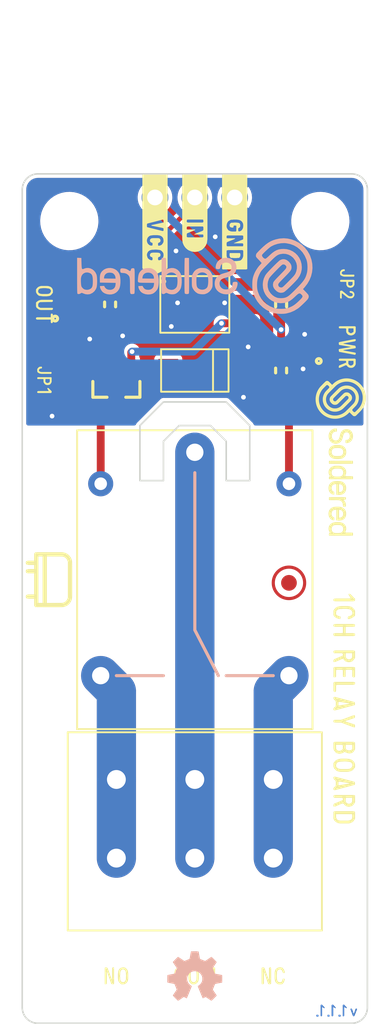
<source format=kicad_pcb>
(kicad_pcb (version 20210623) (generator pcbnew)
  (title_block (title "1CH relay board") (date "2021-07-13") (rev "V1.1.1.") (company "SOLDERED") (comment 1 "333024"))
  (layers (0 "F.Cu" signal) (31 "B.Cu" signal) (34 "B.Paste" user) (35 "F.Paste" user) (36 "B.SilkS" user "B.Silkscreen") (37 "F.SilkS" user "F.Silkscreen") (38 "B.Mask" user) (39 "F.Mask" user) (44 "Edge.Cuts" user))
  (net 0 "")
  (net 1 "Net-(D1-Pad2)")
  (net 2 "VCC")
  (net 3 "NO")
  (net 4 "COM")
  (net 5 "NC")
  (net 6 "IN")
  (net 7 "GND")
  (net 8 "Net-(Q1-Pad1)")
  (net 9 "Net-(R1-Pad1)")
  (net 10 "Net-(R3-Pad1)")
  (net 11 "Net-(D2-Pad2)")
  (net 12 "Net-(D2-Pad1)")
  (net 13 "Net-(JP1-Pad1)")
  (net 14 "Net-(D3-Pad1)")
  (net 15 "Net-(JP2-Pad2)")
  (footprint "buzzardLabel" (layer "F.Cu") (at 86 122)
    (fp_text reference "" (at 0 0) (layer "F.SilkS") (effects (font (size 1.27 1.27))))
    (fp_text value "" (at 0 0) (layer "F.SilkS") (effects (font (size 1.27 1.27))))
  )
  (footprint "e-radionica.com footprinti:0603R" (layer "F.Cu") (at 91.5 79.3 -90)
    (fp_text reference "R3")
    (fp_text value "330R")
    (pad "1" smd rect locked (at -0.775 0) (size 1 0.64) (layers "F.Cu" "F.Paste" "F.Mask") (net 10 "Net-(R3-Pad1)"))
    (pad "2" smd rect locked (at 0.775 0) (size 1 0.64) (layers "F.Cu" "F.Paste" "F.Mask") (net 2 "VCC"))
  )
  (footprint "e-radionica.com footprinti:PC357_OPTO" (layer "F.Cu") (at 86 79.3)
    (fp_text reference "U1")
    (fp_text value "PC357_OPTO")
    (pad "1" smd rect locked (at -3.15 -1.27) (size 1.5 0.8) (layers "F.Cu" "F.Paste" "F.Mask") (net 9 "Net-(R1-Pad1)"))
    (pad "2" smd rect locked (at -3.15 1.27) (size 1.5 0.8) (layers "F.Cu" "F.Paste" "F.Mask") (net 7 "GND"))
    (pad "3" smd rect locked (at 3.15 1.27) (size 1.5 0.8) (layers "F.Cu" "F.Paste" "F.Mask") (net 8 "Net-(Q1-Pad1)"))
    (pad "4" smd rect locked (at 3.15 -1.27) (size 1.5 0.8) (layers "F.Cu" "F.Paste" "F.Mask") (net 10 "Net-(R3-Pad1)"))
  )
  (footprint "e-radionica.com footprinti:0402R" (layer "F.Cu") (at 94.5 79.9 -90)
    (fp_text reference "R5")
    (fp_text value "2k2")
    (pad "1" smd rect locked (at -0.5 0) (size 0.64 0.54) (layers "F.Cu" "F.Paste" "F.Mask") (net 15 "Net-(JP2-Pad2)"))
    (pad "2" smd rect locked (at 0.5 0) (size 0.64 0.54) (layers "F.Cu" "F.Paste" "F.Mask") (net 14 "Net-(D3-Pad1)"))
  )
  (footprint "e-radionica.com footprinti:FIDUCIAL_23" (layer "F.Cu") (at 92 97)
    (fp_text reference "FD1")
    (fp_text value "FIDUCIAL")
    (fp_circle (center 0 0) (end 1 0) (layer "F.Cu") (width 0.2) (fill none))
    (pad "1" smd circle (at 0 0) (size 1 1) (layers "F.Cu" "F.Paste" "F.Mask") (clearance 1.1))
  )
  (footprint "Soldered Graphics:Symbol-Front-Relay" (layer "F.Cu") (at 76.7 96.8 -90)
    (fp_text reference "G***" hide)
    (fp_text value "LOGO" hide)
  )
  (footprint "e-radionica.com footprinti:HOLE_3.2mm" (layer "F.Cu") (at 94 122)
    (fp_text reference "H1" hide)
    (fp_text value "HOLE_3.2mm" hide)
    (pad "" np_thru_hole circle locked (at 0 0) (size 3.2 3.2) (drill 3.2) (layers F&B.Cu *.Mask))
  )
  (footprint "e-radionica.com footprinti:SMD-JUMPER-CONNECTED_TRACE_SLODERMASK" (layer "F.Cu") (at 77.7 84.1 -90)
    (fp_text reference "JP1")
    (fp_text value "SMD-JUMPER-CONNECTED_TRACE_SLODERMASK")
    (fp_poly (pts (xy 0.1 0.1) (xy -0.1 0.1) (xy -0.1 -0.1) (xy 0.1 -0.1)) (layer "F.Cu") (width 0.1) (fill solid))
    (pad "1" smd rect (at -0.35 0 270) (size 0.5 1) (layers "F.Cu" "F.Mask") (net 13 "Net-(JP1-Pad1)"))
    (pad "2" smd rect (at 0.35 0 270) (size 0.5 1) (layers "F.Cu" "F.Mask") (net 12 "Net-(D2-Pad1)"))
  )
  (footprint "e-radionica.com footprinti:0603R" (layer "F.Cu") (at 80.6 79.3 90)
    (fp_text reference "R1")
    (fp_text value "100R")
    (pad "1" smd rect locked (at -0.775 0 180) (size 1 0.64) (layers "F.Cu" "F.Paste" "F.Mask") (net 9 "Net-(R1-Pad1)"))
    (pad "2" smd rect locked (at 0.775 0 180) (size 1 0.64) (layers "F.Cu" "F.Paste" "F.Mask") (net 6 "IN"))
  )
  (footprint "e-radionica.com footprinti:HOLE_3.2mm" (layer "F.Cu") (at 78 122)
    (fp_text reference "H2" hide)
    (fp_text value "HOLE_3.2mm" hide)
    (pad "" np_thru_hole circle locked (at 0 0) (size 3.2 3.2) (drill 3.2) (layers F&B.Cu *.Mask))
  )
  (footprint "buzzardLabel" (layer "F.Cu") (at 83.46 70.6 -90)
    (fp_text reference "" (at 0 0 90) (layer "F.SilkS") (effects (font (size 1.27 1.27))))
    (fp_text value "" (at 0 0 90) (layer "F.SilkS") (effects (font (size 1.27 1.27))))
  )
  (footprint "buzzardLabel" (layer "F.Cu") (at 76.4 79.3 -90)
    (fp_text reference "" (at 0 0 90) (layer "F.SilkS") (effects (font (size 1.27 1.27))))
    (fp_text value "" (at 0 0 90) (layer "F.SilkS") (effects (font (size 1.27 1.27))))
  )
  (footprint "buzzardLabel" (layer "F.Cu") (at 86 70.6 -90)
    (fp_text reference "" (at 0 0 90) (layer "F.SilkS") (effects (font (size 1.27 1.27))))
    (fp_text value "" (at 0 0 90) (layer "F.SilkS") (effects (font (size 1.27 1.27))))
  )
  (footprint "e-radionica.com footprinti:M4_DIODA" (layer "F.Cu") (at 86 83.5)
    (fp_text reference "D2")
    (fp_text value "M4_DIODA")
    (pad "1" smd rect (at -1.69 0) (size 1.27 1.47) (layers "F.Cu" "F.Paste" "F.Mask") (net 12 "Net-(D2-Pad1)"))
    (pad "2" smd rect (at 1.69 0) (size 1.27 1.47) (layers "F.Cu" "F.Paste" "F.Mask") (net 11 "Net-(D2-Pad2)"))
  )
  (footprint "e-radionica.com footprinti:0402LED" (layer "F.Cu") (at 94.5 82 -90)
    (fp_text reference "D3")
    (fp_text value "purple")
    (pad "1" smd rect locked (at -0.55 0) (size 0.75 0.45) (layers "F.Cu" "F.Paste" "F.Mask") (net 14 "Net-(D3-Pad1)"))
    (pad "2" smd rect locked (at 0.55 0) (size 0.75 0.45) (layers "F.Cu" "F.Paste" "F.Mask") (net 7 "GND"))
  )
  (footprint "buzzardLabel" (layer "F.Cu") (at 91 122)
    (fp_text reference "" (at 0 0) (layer "F.SilkS") (effects (font (size 1.27 1.27))))
    (fp_text value "" (at 0 0) (layer "F.SilkS") (effects (font (size 1.27 1.27))))
  )
  (footprint "Soldered Graphics:Logo-Back-SolderedFULL-15mm" (layer "F.Cu") (at 86 77.5)
    (fp_text reference "REF**" hide)
    (fp_text value "Logo-Front-SolderedFULL-15mm" hide)
  )
  (footprint "Soldered Graphics:Logo-Back-OSH-3.5mm" (layer "F.Cu") (at 86 122)
    (fp_text reference "G***" hide)
    (fp_text value "LOGO" hide)
  )
  (footprint "buzzardLabel" (layer "F.Cu") (at 95.7 82 -90)
    (fp_text reference "" (at 0 0 90) (layer "F.SilkS") (effects (font (size 1.27 1.27))))
    (fp_text value "" (at 0 0 90) (layer "F.SilkS") (effects (font (size 1.27 1.27))))
  )
  (footprint "buzzardLabel" (layer "F.Cu") (at 88.54 70.6 -90)
    (fp_text reference "" (at 0 0 90) (layer "F.SilkS") (effects (font (size 1.27 1.27))))
    (fp_text value "" (at 0 0 90) (layer "F.SilkS") (effects (font (size 1.27 1.27))))
  )
  (footprint "e-radionica.com footprinti:0603R" (layer "F.Cu") (at 91.5 83.5 90)
    (fp_text reference "R4")
    (fp_text value "10R")
    (pad "1" smd rect locked (at -0.775 0 180) (size 1 0.64) (layers "F.Cu" "F.Paste" "F.Mask") (net 11 "Net-(D2-Pad2)"))
    (pad "2" smd rect locked (at 0.775 0 180) (size 1 0.64) (layers "F.Cu" "F.Paste" "F.Mask") (net 2 "VCC"))
  )
  (footprint "e-radionica.com footprinti:HOLE_3.2mm" (layer "F.Cu") (at 94 74)
    (fp_text reference "H3" hide)
    (fp_text value "HOLE_3.2mm" hide)
    (pad "" np_thru_hole circle locked (at 0 0) (size 3.2 3.2) (drill 3.2) (layers F&B.Cu *.Mask))
  )
  (footprint "e-radionica.com footprinti:0402R" (layer "F.Cu") (at 77.7 81.7 90)
    (fp_text reference "R2")
    (fp_text value "2k2")
    (pad "1" smd rect locked (at -0.5 0 180) (size 0.64 0.54) (layers "F.Cu" "F.Paste" "F.Mask") (net 13 "Net-(JP1-Pad1)"))
    (pad "2" smd rect locked (at 0.5 0 180) (size 0.64 0.54) (layers "F.Cu" "F.Paste" "F.Mask") (net 1 "Net-(D1-Pad2)"))
  )
  (footprint "e-radionica.com footprinti:SRD_RELAY_5V" (layer "F.Cu") (at 86 96.8 90)
    (fp_text reference "K1")
    (fp_text value "SRD_RELAY_5V")
    (pad "1" thru_hole circle (at 6.1 6 90) (size 1.6 1.6) (drill 0.8) (layers *.Cu *.Mask) (net 11 "Net-(D2-Pad2)"))
    (pad "2" thru_hole circle (at 6.1 -6 90) (size 1.6 1.6) (drill 0.8) (layers *.Cu *.Mask) (net 12 "Net-(D2-Pad1)"))
    (pad "3" thru_hole circle (at -6.1 -6 90) (size 2 2) (drill 1.1) (layers *.Cu *.Mask) (net 3 "NO"))
    (pad "4" thru_hole circle (at 8.1 0 90) (size 2 2) (drill 1.1) (layers *.Cu *.Mask) (net 4 "COM"))
    (pad "5" thru_hole circle (at -6.1 6 90) (size 2 2) (drill 1.1) (layers *.Cu *.Mask) (net 5 "NC"))
  )
  (footprint "e-radionica.com footprinti:0402LED" (layer "F.Cu") (at 77.7 79.3 -90)
    (fp_text reference "D1")
    (fp_text value "blue")
    (pad "1" smd rect locked (at -0.55 0) (size 0.75 0.45) (layers "F.Cu" "F.Paste" "F.Mask") (net 2 "VCC"))
    (pad "2" smd rect locked (at 0.55 0) (size 0.75 0.45) (layers "F.Cu" "F.Paste" "F.Mask") (net 1 "Net-(D1-Pad2)"))
  )
  (footprint "buzzardLabel" (layer "F.Cu") (at 81 122)
    (fp_text reference "" (at 0 0) (layer "F.SilkS") (effects (font (size 1.27 1.27))))
    (fp_text value "" (at 0 0) (layer "F.SilkS") (effects (font (size 1.27 1.27))))
  )
  (footprint "e-radionica.com footprinti:HOLE_3.2mm" (layer "F.Cu") (at 78 74)
    (fp_text reference "H4" hide)
    (fp_text value "HOLE_3.2mm" hide)
    (pad "" np_thru_hole circle locked (at 0 0) (size 3.2 3.2) (drill 3.2) (layers F&B.Cu *.Mask))
  )
  (footprint "buzzardLabel" (layer "F.Cu") (at 76.4 84.1 -90)
    (fp_text reference "" (at 0 0 90) (layer "F.SilkS") (effects (font (size 1.27 1.27))))
    (fp_text value "" (at 0 0 90) (layer "F.SilkS") (effects (font (size 1.27 1.27))))
  )
  (footprint "e-radionica.com footprinti:SMD-JUMPER-CONNECTED_TRACE_SLODERMASK" (layer "F.Cu") (at 94.5 78 -90)
    (fp_text reference "JP2")
    (fp_text value "SMD-JUMPER-CONNECTED_TRACE_SLODERMASK")
    (fp_poly (pts (xy 0.1 0.1) (xy -0.1 0.1) (xy -0.1 -0.1) (xy 0.1 -0.1)) (layer "F.Cu") (width 0.1) (fill solid))
    (pad "1" smd rect (at -0.35 0 270) (size 0.5 1) (layers "F.Cu" "F.Mask") (net 2 "VCC"))
    (pad "2" smd rect (at 0.35 0 270) (size 0.5 1) (layers "F.Cu" "F.Mask") (net 15 "Net-(JP2-Pad2)"))
  )
  (footprint "buzzardLabel" (layer "F.Cu") (at 95.5 105 -90)
    (fp_text reference "" (at 0 0 90) (layer "F.SilkS") (effects (font (size 1.27 1.27))))
    (fp_text value "" (at 0 0 90) (layer "F.SilkS") (effects (font (size 1.27 1.27))))
  )
  (footprint "Soldered Graphics:Logo-Front-SolderedFULL-10mm" (layer "F.Cu") (at 95.3 89 -90)
    (fp_text reference "G***" hide)
    (fp_text value "LOGO" hide)
  )
  (footprint "e-radionica.com footprinti:SOT-23-3" (layer "F.Cu") (at 81 84.5 -90)
    (fp_text reference "Q1")
    (fp_text value "NPN-SOT-23-3")
    (pad "1" smd rect locked (at -1.2 -0.95) (size 0.6 1) (layers "F.Cu" "F.Paste" "F.Mask") (net 8 "Net-(Q1-Pad1)"))
    (pad "2" smd rect locked (at -1.2 0.95) (size 0.6 1) (layers "F.Cu" "F.Paste" "F.Mask") (net 7 "GND"))
    (pad "3" smd rect locked (at 1.2 0) (size 0.6 1) (layers "F.Cu" "F.Paste" "F.Mask") (net 12 "Net-(D2-Pad1)"))
  )
  (footprint "buzzardLabel" (layer "F.Cu") (at 95.7 78 -90)
    (fp_text reference "" (at 0 0 90) (layer "F.SilkS") (effects (font (size 1.27 1.27))))
    (fp_text value "" (at 0 0 90) (layer "F.SilkS") (effects (font (size 1.27 1.27))))
  )
  (footprint "e-radionica.com footprinti:TERMINAL_KF235-5.0-3P" (layer "F.Cu") (at 86 112)
    (fp_text reference "K3")
    (fp_text value "TERMINAL_KF235-5.0-3P")
    (pad "1" thru_hole circle (at 5 -2.5) (size 2 2) (drill 1.2) (layers *.Cu *.Mask) (net 5 "NC"))
    (pad "1" thru_hole circle (at 5 2.5) (size 2 2) (drill 1.2) (layers *.Cu *.Mask) (net 5 "NC"))
    (pad "2" thru_hole circle (at 0 -2.5) (size 2 2) (drill 1.2) (layers *.Cu *.Mask) (net 4 "COM"))
    (pad "2" thru_hole circle (at 0 2.5) (size 2 2) (drill 1.2) (layers *.Cu *.Mask) (net 4 "COM"))
    (pad "3" thru_hole circle (at -5 -2.5) (size 2 2) (drill 1.2) (layers *.Cu *.Mask) (net 3 "NO"))
    (pad "3" thru_hole circle (at -5 2.5) (size 2 2) (drill 1.2) (layers *.Cu *.Mask) (net 3 "NO"))
  )
  (footprint "e-radionica.com footprinti:HEADER_MALE_3X1" (layer "B.Cu") (at 86 72.5)
    (fp_text reference "K2")
    (fp_text value "HEADER_MALE_3X1")
    (pad "1" thru_hole circle locked (at -2.54 0) (size 1.7 1.7) (drill 1) (layers *.Cu *.Mask) (net 2 "VCC"))
    (pad "2" thru_hole circle locked (at 0 0) (size 1.7 1.7) (drill 1) (layers *.Cu *.Mask) (net 6 "IN"))
    (pad "3" thru_hole circle locked (at 2.54 0) (size 1.7 1.7) (drill 1) (layers *.Cu *.Mask) (net 7 "GND"))
  )
  (footprint "Soldered Graphics:Version1.1.1." (layer "B.Cu") (at 95 124.2 180)
    (fp_text reference "REF**" hide)
    (fp_text value "Version1.1.1." hide)
    (fp_poly (pts (xy 0.21 -0.35) (xy 0.26 -0.35) (xy 0.28 -0.31) (xy 0.28 0.35) (xy 0.24 0.38) (xy 0.19 0.38) (xy 0.15 0.34) (xy 0.04 0.22) (xy 0.02 0.17) (xy 0.05 0.16) (xy 0.14 0.22) (xy 0.18 0.23) (xy 0.18 -0.31) (xy 0.21 -0.35)) (layer "B.Cu") (width 0.01) (fill solid))
    (fp_poly (pts (xy 1.14 -0.38) (xy 1.19 -0.38) (xy 1.24 -0.37) (xy 1.25 -0.33) (xy 1.25 -0.27) (xy 1.2 -0.26) (xy 1.15 -0.26) (xy 1.12 -0.29) (xy 1.12 -0.34) (xy 1.14 -0.38)) (layer "B.Cu") (width 0.01) (fill solid))
    (fp_poly (pts (xy 0.91 -0.35) (xy 0.96 -0.35) (xy 0.98 -0.31) (xy 0.98 0.35) (xy 0.95 0.38) (xy 0.89 0.38) (xy 0.86 0.34) (xy 0.74 0.22) (xy 0.73 0.17) (xy 0.76 0.16) (xy 0.85 0.22) (xy 0.89 0.23) (xy 0.89 -0.31) (xy 0.91 -0.35)) (layer "B.Cu") (width 0.01) (fill solid))
    (fp_poly (pts (xy -1.15 -0.35) (xy -1.1 -0.35) (xy -1.07 -0.31) (xy -0.92 0.1) (xy -0.94 0.13) (xy -0.99 0.13) (xy -1.02 0.1) (xy -1.11 -0.16) (xy -1.13 -0.21) (xy -1.15 -0.17) (xy -1.24 0.09) (xy -1.26 0.13) (xy -1.32 0.13) (xy -1.34 0.1) (xy -1.18 -0.31) (xy -1.15 -0.35)) (layer "B.Cu") (width 0.01) (fill solid))
    (fp_poly (pts (xy 0.43 -0.38) (xy 0.48 -0.38) (xy 0.54 -0.37) (xy 0.54 -0.33) (xy 0.54 -0.27) (xy 0.5 -0.26) (xy 0.45 -0.26) (xy 0.42 -0.29) (xy 0.42 -0.34) (xy 0.43 -0.38)) (layer "B.Cu") (width 0.01) (fill solid))
    (fp_poly (pts (xy -0.5 -0.35) (xy -0.44 -0.35) (xy -0.43 -0.31) (xy -0.43 0.35) (xy -0.46 0.38) (xy -0.52 0.38) (xy -0.55 0.34) (xy -0.67 0.22) (xy -0.68 0.17) (xy -0.65 0.16) (xy -0.56 0.22) (xy -0.52 0.23) (xy -0.52 -0.31) (xy -0.5 -0.35)) (layer "B.Cu") (width 0.01) (fill solid))
    (fp_poly (pts (xy -0.27 -0.38) (xy -0.22 -0.38) (xy -0.17 -0.37) (xy -0.16 -0.33) (xy -0.16 -0.27) (xy -0.21 -0.26) (xy -0.26 -0.26) (xy -0.29 -0.29) (xy -0.29 -0.34) (xy -0.27 -0.38)) (layer "B.Cu") (width 0.01) (fill solid))
  )
  (gr_line (start 91 102.9) (end 88 102.9) (layer "B.SilkS") (width 0.2))
  (gr_line (start 81 102.9) (end 84 102.9) (layer "B.SilkS") (width 0.2))
  (gr_line (start 86 100) (end 87.5 102.9) (layer "B.SilkS") (width 0.2))
  (gr_line (start 86 90) (end 86 100) (layer "B.SilkS") (width 0.2))
  (gr_line (start 88 90.5) (end 88 88) (layer "Edge.Cuts") (width 0.1))
  (gr_line (start 82.5 87) (end 84 85.5) (layer "Edge.Cuts") (width 0.1))
  (gr_line (start 89.5 90.5) (end 88 90.5) (layer "Edge.Cuts") (width 0.1))
  (gr_line (start 84 88) (end 84 90.5) (layer "Edge.Cuts") (width 0.1))
  (gr_arc (start 76 124) (end 76 125) (angle 90) (layer "Edge.Cuts") (width 0.1))
  (gr_line (start 89.5 87) (end 89.5 90.5) (layer "Edge.Cuts") (width 0.1))
  (gr_line (start 97 72) (end 97 124) (layer "Edge.Cuts") (width 0.1))
  (gr_line (start 96 125) (end 76 125) (layer "Edge.Cuts") (width 0.1))
  (gr_line (start 87 87) (end 85 87) (layer "Edge.Cuts") (width 0.1))
  (gr_line (start 84 90.5) (end 82.5 90.5) (layer "Edge.Cuts") (width 0.1))
  (gr_line (start 75 124) (end 75 72) (layer "Edge.Cuts") (width 0.1))
  (gr_arc (start 96 72) (end 96 71) (angle 90) (layer "Edge.Cuts") (width 0.1))
  (gr_arc (start 76 72) (end 76 71) (angle -90) (layer "Edge.Cuts") (width 0.1))
  (gr_line (start 82.5 90.5) (end 82.5 87) (layer "Edge.Cuts") (width 0.1))
  (gr_line (start 88 88) (end 87 87) (layer "Edge.Cuts") (width 0.1))
  (gr_line (start 85 87) (end 84 88) (layer "Edge.Cuts") (width 0.1))
  (gr_line (start 76 71) (end 96 71) (layer "Edge.Cuts") (width 0.1))
  (gr_line (start 84 85.5) (end 88 85.5) (layer "Edge.Cuts") (width 0.1))
  (gr_arc (start 96 124) (end 96 125) (angle -90) (layer "Edge.Cuts") (width 0.1))
  (gr_line (start 88 85.5) (end 89.5 87) (layer "Edge.Cuts") (width 0.1))
  (segment (start 77.7 81.2) (end 77.7 79.95) (width 0.3) (layer "F.Cu") (net 1))
  (segment (start 77.7 78.7) (end 79.1 77.3) (width 0.3) (layer "F.Cu") (net 2))
  (segment (start 83.46 72.64) (end 83.46 72.5) (width 0.3) (layer "F.Cu") (net 2))
  (segment (start 79.1 77.3) (end 83.46 72.94) (width 0.3) (layer "F.Cu") (net 2))
  (segment (start 91.5 80.9) (end 91.5 80.075) (width 0.5) (layer "F.Cu") (net 2))
  (segment (start 93 78.35) (end 93 79.6) (width 0.3) (layer "F.Cu") (net 2))
  (segment (start 94.5 77.65) (end 93.7 77.65) (width 0.3) (layer "F.Cu") (net 2))
  (segment (start 91.5 80.775) (end 91.5 80.075) (width 0.5) (layer "F.Cu") (net 2))
  (segment (start 91.5 80.9) (end 91.5 82.725) (width 0.5) (layer "F.Cu") (net 2))
  (segment (start 93 79.6) (end 92.525 80.075) (width 0.3) (layer "F.Cu") (net 2))
  (segment (start 77.7 78.75) (end 77.7 78.7) (width 0.3) (layer "F.Cu") (net 2))
  (segment (start 92.525 80.075) (end 91.5 80.075) (width 0.3) (layer "F.Cu") (net 2))
  (segment (start 93.7 77.65) (end 93 78.35) (width 0.3) (layer "F.Cu") (net 2))
  (via (at 91.5 80.9) (size 0.5) (drill 0.3) (layers "F.Cu" "B.Cu") (net 2))
  (segment (start 83.5 72.54) (end 83.46 72.5) (width 0.5) (layer "B.Cu") (net 2))
  (segment (start 91.5 80.9) (end 83.5 72.9) (width 0.5) (layer "B.Cu") (net 2))
  (segment (start 83.5 72.9) (end 83.5 72.54) (width 0.5) (layer "B.Cu") (net 2))
  (segment (start 81 109.5) (end 81 103.9) (width 2.5) (layer "F.Cu") (net 3))
  (segment (start 81 103.9) (end 80 102.9) (width 2.5) (layer "F.Cu") (net 3))
  (segment (start 81 114.5) (end 81 109.5) (width 2.5) (layer "F.Cu") (net 3))
  (segment (start 81 114.5) (end 81 109.5) (width 2.5) (layer "B.Cu") (net 3))
  (segment (start 81 109.5) (end 81 103.9) (width 2.5) (layer "B.Cu") (net 3))
  (segment (start 81 103.9) (end 80 102.9) (width 2.5) (layer "B.Cu") (net 3))
  (segment (start 86 114.5) (end 86 109.5) (width 2.5) (layer "F.Cu") (net 4))
  (segment (start 86 109.5) (end 86 88.7) (width 2.5) (layer "F.Cu") (net 4))
  (segment (start 86 109.5) (end 86 114.5) (width 2.5) (layer "B.Cu") (net 4))
  (segment (start 86 109.5) (end 86 88.7) (width 2.5) (layer "B.Cu") (net 4))
  (segment (start 91 109.5) (end 91 103.9) (width 2.5) (layer "F.Cu") (net 5))
  (segment (start 91 114.5) (end 91 109.5) (width 2.5) (layer "F.Cu") (net 5))
  (segment (start 91 103.9) (end 92 102.9) (width 2.5) (layer "F.Cu") (net 5))
  (segment (start 91 109.5) (end 91 103.9) (width 2.5) (layer "B.Cu") (net 5))
  (segment (start 91 114.5) (end 91 109.5) (width 2.5) (layer "B.Cu") (net 5))
  (segment (start 91 103.9) (end 92 102.9) (width 2.5) (layer "B.Cu") (net 5))
  (segment (start 80.6 78.525) (end 80.6 78.3) (width 0.3) (layer "F.Cu") (net 6))
  (segment (start 86 72.9) (end 86 72.5) (width 0.3) (layer "F.Cu") (net 6))
  (segment (start 80.6 78.3) (end 86 72.9) (width 0.3) (layer "F.Cu") (net 6))
  (via (at 76.9 86.4) (size 0.5) (drill 0.3) (layers "F.Cu" "B.Cu") (net 7))
  (via (at 84.5 80.7) (size 0.5) (drill 0.3) (layers "F.Cu" "B.Cu") (net 7))
  (via (at 81.4 81.3) (size 0.5) (drill 0.3) (layers "F.Cu" "B.Cu") (net 7))
  (via (at 79.3 81.5) (size 0.5) (drill 0.3) (layers "F.Cu" "B.Cu") (net 7))
  (via (at 92.9 83.4) (size 0.5) (drill 0.3) (layers "F.Cu" "B.Cu") (net 7))
  (via (at 89.1 85.2) (size 0.5) (drill 0.3) (layers "F.Cu" "B.Cu") (net 7))
  (via (at 93 81.2) (size 0.5) (drill 0.3) (layers "F.Cu" "B.Cu") (net 7))
  (via (at 87.3 75) (size 0.5) (drill 0.3) (layers "F.Cu" "B.Cu") (net 7))
  (via (at 89.4 82) (size 0.5) (drill 0.3) (layers "F.Cu" "B.Cu") (net 7))
  (via (at 87.9 79.2) (size 0.5) (drill 0.3) (layers "F.Cu" "B.Cu") (net 7))
  (via (at 84.9 79.2) (size 0.5) (drill 0.3) (layers "F.Cu" "B.Cu") (net 7))
  (via (at 84.8 75.9) (size 0.5) (drill 0.3) (layers "F.Cu" "B.Cu") (net 7))
  (segment (start 82 82.3) (end 81.95 82.35) (width 0.5) (layer "F.Cu") (net 8))
  (segment (start 81.95 82.35) (end 81.95 83.3) (width 0.5) (layer "F.Cu") (net 8))
  (segment (start 89.08 80.5) (end 89.15 80.57) (width 0.5) (layer "F.Cu") (net 8))
  (segment (start 87.7 80.5) (end 89.08 80.5) (width 0.5) (layer "F.Cu") (net 8))
  (via (at 87.7 80.5) (size 0.5) (drill 0.3) (layers "F.Cu" "B.Cu") (net 8))
  (via (at 82 82.3) (size 0.5) (drill 0.3) (layers "F.Cu" "B.Cu") (net 8))
  (segment (start 87.7 80.5) (end 85.9 82.3) (width 0.5) (layer "B.Cu") (net 8))
  (segment (start 85.9 82.3) (end 82 82.3) (width 0.5) (layer "B.Cu") (net 8))
  (segment (start 81.025 80.075) (end 82.85 78.25) (width 0.3) (layer "F.Cu") (net 9))
  (segment (start 80.6 80.075) (end 81.025 80.075) (width 0.3) (layer "F.Cu") (net 9))
  (segment (start 82.85 78.25) (end 82.85 78.03) (width 0.3) (layer "F.Cu") (net 9))
  (segment (start 91.005 78.03) (end 91.5 78.525) (width 0.5) (layer "F.Cu") (net 10))
  (segment (start 89.15 78.03) (end 91.005 78.03) (width 0.5) (layer "F.Cu") (net 10))
  (segment (start 90.175 84.275) (end 89.4 83.5) (width 0.5) (layer "F.Cu") (net 11))
  (segment (start 92 84.775) (end 91.5 84.275) (width 0.5) (layer "F.Cu") (net 11))
  (segment (start 92 90.7) (end 92 84.775) (width 0.5) (layer "F.Cu") (net 11))
  (segment (start 89.4 83.5) (end 87.69 83.5) (width 0.5) (layer "F.Cu") (net 11))
  (segment (start 91.5 84.275) (end 90.175 84.275) (width 0.5) (layer "F.Cu") (net 11))
  (segment (start 80 86.7) (end 80.5 86.2) (width 0.5) (layer "F.Cu") (net 12))
  (segment (start 82.11 85.7) (end 84.31 83.5) (width 0.5) (layer "F.Cu") (net 12))
  (segment (start 78.5 85.7) (end 81 85.7) (width 0.3) (layer "F.Cu") (net 12))
  (segment (start 77.7 84.9) (end 78.5 85.7) (width 0.3) (layer "F.Cu") (net 12))
  (segment (start 80 90.7) (end 80 86.7) (width 0.5) (layer "F.Cu") (net 12))
  (segment (start 80.5 86.2) (end 81 85.7) (width 0.5) (layer "F.Cu") (net 12))
  (segment (start 81 85.7) (end 82.11 85.7) (width 0.5) (layer "F.Cu") (net 12))
  (segment (start 77.7 84.45) (end 77.7 84.9) (width 0.3) (layer "F.Cu") (net 12))
  (segment (start 77.7 83.75) (end 77.7 82.2) (width 0.3) (layer "F.Cu") (net 13))
  (segment (start 94.5 80.4) (end 94.5 81.45) (width 0.3) (layer "F.Cu") (net 14))
  (segment (start 94.5 78.35) (end 94.5 79.4) (width 0.3) (layer "F.Cu") (net 15))
  (zone (net 7) (net_name "GND") (layers F&B.Cu) (connect_pads (clearance 0.254)) (min_thickness 0.254) (fill yes (thermal_gap 0.254) (thermal_bridge_width 0.254))
    (polygon (pts (xy 97 87) (xy 75 87) (xy 75 71) (xy 97 71)))
  )
)
</source>
